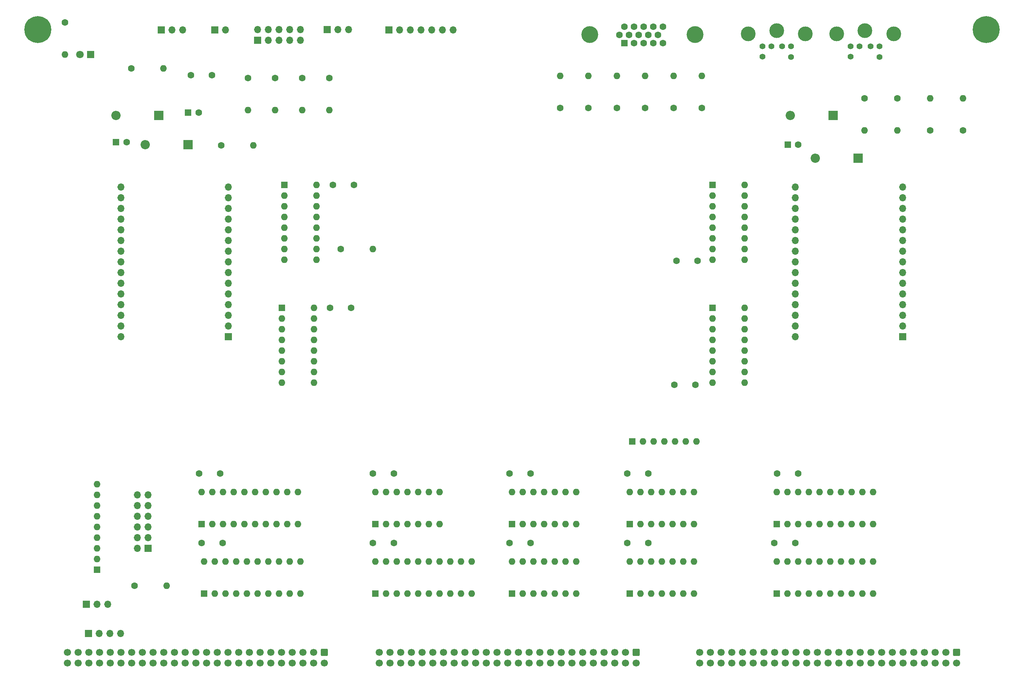
<source format=gbr>
%TF.GenerationSoftware,KiCad,Pcbnew,(6.0.11)*%
%TF.CreationDate,2023-08-06T14:01:47-05:00*%
%TF.ProjectId,input-output.DualESP32,696e7075-742d-46f7-9574-7075742e4475,V1.0*%
%TF.SameCoordinates,Original*%
%TF.FileFunction,Soldermask,Bot*%
%TF.FilePolarity,Negative*%
%FSLAX46Y46*%
G04 Gerber Fmt 4.6, Leading zero omitted, Abs format (unit mm)*
G04 Created by KiCad (PCBNEW (6.0.11)) date 2023-08-06 14:01:47*
%MOMM*%
%LPD*%
G01*
G04 APERTURE LIST*
G04 Aperture macros list*
%AMRoundRect*
0 Rectangle with rounded corners*
0 $1 Rounding radius*
0 $2 $3 $4 $5 $6 $7 $8 $9 X,Y pos of 4 corners*
0 Add a 4 corners polygon primitive as box body*
4,1,4,$2,$3,$4,$5,$6,$7,$8,$9,$2,$3,0*
0 Add four circle primitives for the rounded corners*
1,1,$1+$1,$2,$3*
1,1,$1+$1,$4,$5*
1,1,$1+$1,$6,$7*
1,1,$1+$1,$8,$9*
0 Add four rect primitives between the rounded corners*
20,1,$1+$1,$2,$3,$4,$5,0*
20,1,$1+$1,$4,$5,$6,$7,0*
20,1,$1+$1,$6,$7,$8,$9,0*
20,1,$1+$1,$8,$9,$2,$3,0*%
G04 Aperture macros list end*
%ADD10R,1.700000X1.700000*%
%ADD11O,1.700000X1.700000*%
%ADD12R,1.600000X1.600000*%
%ADD13O,1.600000X1.600000*%
%ADD14RoundRect,0.250000X-0.600000X0.600000X-0.600000X-0.600000X0.600000X-0.600000X0.600000X0.600000X0*%
%ADD15C,1.700000*%
%ADD16C,6.400000*%
%ADD17R,1.800000X1.800000*%
%ADD18C,1.800000*%
%ADD19C,1.600000*%
%ADD20R,2.200000X2.200000*%
%ADD21O,2.200000X2.200000*%
%ADD22C,1.422400*%
%ADD23C,3.497580*%
%ADD24C,4.000000*%
G04 APERTURE END LIST*
D10*
%TO.C,J7*%
X66120000Y-198250000D03*
D11*
X63580000Y-198250000D03*
X66120000Y-195710000D03*
X63580000Y-195710000D03*
X66120000Y-193170000D03*
X63580000Y-193170000D03*
X66120000Y-190630000D03*
X63580000Y-190630000D03*
X66120000Y-188090000D03*
X63580000Y-188090000D03*
X66120000Y-185550000D03*
X63580000Y-185550000D03*
%TD*%
D12*
%TO.C,U16*%
X78820000Y-192525000D03*
D13*
X81360000Y-192525000D03*
X83900000Y-192525000D03*
X86440000Y-192525000D03*
X88980000Y-192525000D03*
X91520000Y-192525000D03*
X94060000Y-192525000D03*
X96600000Y-192525000D03*
X99140000Y-192525000D03*
X101680000Y-192525000D03*
X101680000Y-184905000D03*
X99140000Y-184905000D03*
X96600000Y-184905000D03*
X94060000Y-184905000D03*
X91520000Y-184905000D03*
X88980000Y-184905000D03*
X86440000Y-184905000D03*
X83900000Y-184905000D03*
X81360000Y-184905000D03*
X78820000Y-184905000D03*
%TD*%
D12*
%TO.C,RN2*%
X54050000Y-203330000D03*
D13*
X54050000Y-200790000D03*
X54050000Y-198250000D03*
X54050000Y-195710000D03*
X54050000Y-193170000D03*
X54050000Y-190630000D03*
X54050000Y-188090000D03*
X54050000Y-185550000D03*
X54050000Y-183010000D03*
%TD*%
D14*
%TO.C,P1*%
X108000000Y-223000000D03*
D15*
X108000000Y-225540000D03*
X105460000Y-223000000D03*
X105460000Y-225540000D03*
X102920000Y-223000000D03*
X102920000Y-225540000D03*
X100380000Y-223000000D03*
X100380000Y-225540000D03*
X97840000Y-223000000D03*
X97840000Y-225540000D03*
X95300000Y-223000000D03*
X95300000Y-225540000D03*
X92760000Y-223000000D03*
X92760000Y-225540000D03*
X90220000Y-223000000D03*
X90220000Y-225540000D03*
X87680000Y-223000000D03*
X87680000Y-225540000D03*
X85140000Y-223000000D03*
X85140000Y-225540000D03*
X82600000Y-223000000D03*
X82600000Y-225540000D03*
X80060000Y-223000000D03*
X80060000Y-225540000D03*
X77520000Y-223000000D03*
X77520000Y-225540000D03*
X74980000Y-223000000D03*
X74980000Y-225540000D03*
X72440000Y-223000000D03*
X72440000Y-225540000D03*
X69900000Y-223000000D03*
X69900000Y-225540000D03*
X67360000Y-223000000D03*
X67360000Y-225540000D03*
X64820000Y-223000000D03*
X64820000Y-225540000D03*
X62280000Y-223000000D03*
X62280000Y-225540000D03*
X59740000Y-223000000D03*
X59740000Y-225540000D03*
X57200000Y-223000000D03*
X57200000Y-225540000D03*
X54660000Y-223000000D03*
X54660000Y-225540000D03*
X52120000Y-223000000D03*
X52120000Y-225540000D03*
X49580000Y-223000000D03*
X49580000Y-225540000D03*
X47040000Y-223000000D03*
X47040000Y-225540000D03*
%TD*%
D14*
%TO.C,P2*%
X182000000Y-223000000D03*
D15*
X182000000Y-225540000D03*
X179460000Y-223000000D03*
X179460000Y-225540000D03*
X176920000Y-223000000D03*
X176920000Y-225540000D03*
X174380000Y-223000000D03*
X174380000Y-225540000D03*
X171840000Y-223000000D03*
X171840000Y-225540000D03*
X169300000Y-223000000D03*
X169300000Y-225540000D03*
X166760000Y-223000000D03*
X166760000Y-225540000D03*
X164220000Y-223000000D03*
X164220000Y-225540000D03*
X161680000Y-223000000D03*
X161680000Y-225540000D03*
X159140000Y-223000000D03*
X159140000Y-225540000D03*
X156600000Y-223000000D03*
X156600000Y-225540000D03*
X154060000Y-223000000D03*
X154060000Y-225540000D03*
X151520000Y-223000000D03*
X151520000Y-225540000D03*
X148980000Y-223000000D03*
X148980000Y-225540000D03*
X146440000Y-223000000D03*
X146440000Y-225540000D03*
X143900000Y-223000000D03*
X143900000Y-225540000D03*
X141360000Y-223000000D03*
X141360000Y-225540000D03*
X138820000Y-223000000D03*
X138820000Y-225540000D03*
X136280000Y-223000000D03*
X136280000Y-225540000D03*
X133740000Y-223000000D03*
X133740000Y-225540000D03*
X131200000Y-223000000D03*
X131200000Y-225540000D03*
X128660000Y-223000000D03*
X128660000Y-225540000D03*
X126120000Y-223000000D03*
X126120000Y-225540000D03*
X123580000Y-223000000D03*
X123580000Y-225540000D03*
X121040000Y-223000000D03*
X121040000Y-225540000D03*
%TD*%
D16*
%TO.C,H1*%
X40000000Y-75000000D03*
%TD*%
%TO.C,H2*%
X265000000Y-75000000D03*
%TD*%
D14*
%TO.C,P3*%
X258000000Y-223000000D03*
D15*
X258000000Y-225540000D03*
X255460000Y-223000000D03*
X255460000Y-225540000D03*
X252920000Y-223000000D03*
X252920000Y-225540000D03*
X250380000Y-223000000D03*
X250380000Y-225540000D03*
X247840000Y-223000000D03*
X247840000Y-225540000D03*
X245300000Y-223000000D03*
X245300000Y-225540000D03*
X242760000Y-223000000D03*
X242760000Y-225540000D03*
X240220000Y-223000000D03*
X240220000Y-225540000D03*
X237680000Y-223000000D03*
X237680000Y-225540000D03*
X235140000Y-223000000D03*
X235140000Y-225540000D03*
X232600000Y-223000000D03*
X232600000Y-225540000D03*
X230060000Y-223000000D03*
X230060000Y-225540000D03*
X227520000Y-223000000D03*
X227520000Y-225540000D03*
X224980000Y-223000000D03*
X224980000Y-225540000D03*
X222440000Y-223000000D03*
X222440000Y-225540000D03*
X219900000Y-223000000D03*
X219900000Y-225540000D03*
X217360000Y-223000000D03*
X217360000Y-225540000D03*
X214820000Y-223000000D03*
X214820000Y-225540000D03*
X212280000Y-223000000D03*
X212280000Y-225540000D03*
X209740000Y-223000000D03*
X209740000Y-225540000D03*
X207200000Y-223000000D03*
X207200000Y-225540000D03*
X204660000Y-223000000D03*
X204660000Y-225540000D03*
X202120000Y-223000000D03*
X202120000Y-225540000D03*
X199580000Y-223000000D03*
X199580000Y-225540000D03*
X197040000Y-223000000D03*
X197040000Y-225540000D03*
%TD*%
D17*
%TO.C,D1*%
X52526000Y-80902000D03*
D18*
X49986000Y-80902000D03*
%TD*%
D19*
%TO.C,R1*%
X46430000Y-73282000D03*
D13*
X46430000Y-80902000D03*
%TD*%
D10*
%TO.C,P4*%
X52000000Y-218500000D03*
D11*
X54540000Y-218500000D03*
X57080000Y-218500000D03*
X59620000Y-218500000D03*
%TD*%
D12*
%TO.C,U9*%
X97875000Y-141115000D03*
D13*
X97875000Y-143655000D03*
X97875000Y-146195000D03*
X97875000Y-148735000D03*
X97875000Y-151275000D03*
X97875000Y-153815000D03*
X97875000Y-156355000D03*
X97875000Y-158895000D03*
X105495000Y-158895000D03*
X105495000Y-156355000D03*
X105495000Y-153815000D03*
X105495000Y-151275000D03*
X105495000Y-148735000D03*
X105495000Y-146195000D03*
X105495000Y-143655000D03*
X105495000Y-141115000D03*
%TD*%
D19*
%TO.C,R9*%
X96298700Y-86490000D03*
D13*
X96298700Y-94110000D03*
%TD*%
D19*
%TO.C,C18*%
X190996000Y-159388000D03*
X195996000Y-159388000D03*
%TD*%
%TO.C,C17*%
X191504000Y-129924000D03*
X196504000Y-129924000D03*
%TD*%
D10*
%TO.C,J4*%
X69305000Y-75060000D03*
D11*
X71845000Y-75060000D03*
X74385000Y-75060000D03*
%TD*%
D19*
%TO.C,R10*%
X236168000Y-91316000D03*
D13*
X236168000Y-98936000D03*
%TD*%
D19*
%TO.C,C5*%
X151880000Y-180470000D03*
X156880000Y-180470000D03*
%TD*%
%TO.C,R8*%
X89864000Y-86490000D03*
D13*
X89864000Y-94110000D03*
%TD*%
D19*
%TO.C,R6*%
X102733300Y-86490000D03*
D13*
X102733300Y-94110000D03*
%TD*%
D19*
%TO.C,R3*%
X259536000Y-98936000D03*
D13*
X259536000Y-91316000D03*
%TD*%
D12*
%TO.C,U13*%
X120095000Y-209035000D03*
D13*
X122635000Y-209035000D03*
X125175000Y-209035000D03*
X127715000Y-209035000D03*
X130255000Y-209035000D03*
X132795000Y-209035000D03*
X135335000Y-209035000D03*
X137875000Y-209035000D03*
X140415000Y-209035000D03*
X142955000Y-209035000D03*
X142955000Y-201415000D03*
X140415000Y-201415000D03*
X137875000Y-201415000D03*
X135335000Y-201415000D03*
X132795000Y-201415000D03*
X130255000Y-201415000D03*
X127715000Y-201415000D03*
X125175000Y-201415000D03*
X122635000Y-201415000D03*
X120095000Y-201415000D03*
%TD*%
D19*
%TO.C,C2*%
X78855000Y-196980000D03*
X83855000Y-196980000D03*
%TD*%
D10*
%TO.C,J3*%
X108675000Y-74990000D03*
D11*
X111215000Y-74990000D03*
X113755000Y-74990000D03*
%TD*%
D19*
%TO.C,C6*%
X151880000Y-196980000D03*
X156880000Y-196980000D03*
%TD*%
D12*
%TO.C,U5*%
X180415000Y-192535000D03*
D13*
X182955000Y-192535000D03*
X185495000Y-192535000D03*
X188035000Y-192535000D03*
X190575000Y-192535000D03*
X193115000Y-192535000D03*
X195655000Y-192535000D03*
X195655000Y-184915000D03*
X193115000Y-184915000D03*
X190575000Y-184915000D03*
X188035000Y-184915000D03*
X185495000Y-184915000D03*
X182955000Y-184915000D03*
X180415000Y-184915000D03*
%TD*%
D10*
%TO.C,J6*%
X51525000Y-211585000D03*
D11*
X54065000Y-211585000D03*
X56605000Y-211585000D03*
%TD*%
D12*
%TO.C,C16*%
X75640000Y-94745000D03*
D19*
X78140000Y-94745000D03*
%TD*%
%TO.C,R13*%
X170636000Y-93602000D03*
D13*
X170636000Y-85982000D03*
%TD*%
D19*
%TO.C,C1*%
X78220000Y-180470000D03*
X83220000Y-180470000D03*
%TD*%
D20*
%TO.C,D5*%
X234644000Y-105540000D03*
D21*
X224484000Y-105540000D03*
%TD*%
D19*
%TO.C,R4*%
X251746700Y-98936000D03*
D13*
X251746700Y-91316000D03*
%TD*%
D12*
%TO.C,U6*%
X200110000Y-111905000D03*
D13*
X200110000Y-114445000D03*
X200110000Y-116985000D03*
X200110000Y-119525000D03*
X200110000Y-122065000D03*
X200110000Y-124605000D03*
X200110000Y-127145000D03*
X200110000Y-129685000D03*
X207730000Y-129685000D03*
X207730000Y-127145000D03*
X207730000Y-124605000D03*
X207730000Y-122065000D03*
X207730000Y-119525000D03*
X207730000Y-116985000D03*
X207730000Y-114445000D03*
X207730000Y-111905000D03*
%TD*%
D12*
%TO.C,C13*%
X58559900Y-101730000D03*
D19*
X61059900Y-101730000D03*
%TD*%
%TO.C,R18*%
X111835000Y-127130000D03*
D13*
X119455000Y-127130000D03*
%TD*%
D12*
%TO.C,C14*%
X217944900Y-102365000D03*
D19*
X220444900Y-102365000D03*
%TD*%
%TO.C,R5*%
X83514000Y-102492000D03*
D13*
X91134000Y-102492000D03*
%TD*%
D19*
%TO.C,R11*%
X243957300Y-91316000D03*
D13*
X243957300Y-98936000D03*
%TD*%
D20*
%TO.C,D4*%
X75640000Y-102365000D03*
D21*
X65480000Y-102365000D03*
%TD*%
D22*
%TO.C,J8*%
X214029360Y-78996480D03*
X216625240Y-78996480D03*
X211928780Y-78996480D03*
X218725820Y-78996480D03*
X211928780Y-81445040D03*
X218725820Y-81495840D03*
D23*
X222126880Y-75996740D03*
X215327300Y-75199180D03*
X208578520Y-75996740D03*
%TD*%
D12*
%TO.C,U7*%
X200110000Y-141115000D03*
D13*
X200110000Y-143655000D03*
X200110000Y-146195000D03*
X200110000Y-148735000D03*
X200110000Y-151275000D03*
X200110000Y-153815000D03*
X200110000Y-156355000D03*
X200110000Y-158895000D03*
X207730000Y-158895000D03*
X207730000Y-156355000D03*
X207730000Y-153815000D03*
X207730000Y-151275000D03*
X207730000Y-148735000D03*
X207730000Y-146195000D03*
X207730000Y-143655000D03*
X207730000Y-141115000D03*
%TD*%
D19*
%TO.C,C12*%
X109335000Y-141100000D03*
X114335000Y-141100000D03*
%TD*%
D12*
%TO.C,U1*%
X120085000Y-192525000D03*
D13*
X122625000Y-192525000D03*
X125165000Y-192525000D03*
X127705000Y-192525000D03*
X130245000Y-192525000D03*
X132785000Y-192525000D03*
X135325000Y-192525000D03*
X135325000Y-184905000D03*
X132785000Y-184905000D03*
X130245000Y-184905000D03*
X127705000Y-184905000D03*
X125165000Y-184905000D03*
X122625000Y-184905000D03*
X120085000Y-184905000D03*
%TD*%
D10*
%TO.C,J2*%
X81990000Y-75060000D03*
D11*
X84530000Y-75060000D03*
%TD*%
D20*
%TO.C,D3*%
X228675000Y-95380000D03*
D21*
X218515000Y-95380000D03*
%TD*%
D19*
%TO.C,R2*%
X62178000Y-84204000D03*
D13*
X69798000Y-84204000D03*
%TD*%
D19*
%TO.C,R7*%
X109168000Y-86490000D03*
D13*
X109168000Y-94110000D03*
%TD*%
D19*
%TO.C,C3*%
X119495000Y-180470000D03*
X124495000Y-180470000D03*
%TD*%
D22*
%TO.C,J9*%
X234984360Y-78996480D03*
X237580240Y-78996480D03*
X232883780Y-78996480D03*
X239680820Y-78996480D03*
X232883780Y-81445040D03*
X239680820Y-81495840D03*
D23*
X243081880Y-75996740D03*
X236282300Y-75199180D03*
X229533520Y-75996740D03*
%TD*%
D12*
%TO.C,U10*%
X215345000Y-192525000D03*
D13*
X217885000Y-192525000D03*
X220425000Y-192525000D03*
X222965000Y-192525000D03*
X225505000Y-192525000D03*
X228045000Y-192525000D03*
X230585000Y-192525000D03*
X233125000Y-192525000D03*
X235665000Y-192525000D03*
X238205000Y-192525000D03*
X238205000Y-184905000D03*
X235665000Y-184905000D03*
X233125000Y-184905000D03*
X230585000Y-184905000D03*
X228045000Y-184905000D03*
X225505000Y-184905000D03*
X222965000Y-184905000D03*
X220425000Y-184905000D03*
X217885000Y-184905000D03*
X215345000Y-184905000D03*
%TD*%
D10*
%TO.C,J1*%
X92155000Y-77535000D03*
D11*
X92155000Y-74995000D03*
X94695000Y-77535000D03*
X94695000Y-74995000D03*
X97235000Y-77535000D03*
X97235000Y-74995000D03*
X99775000Y-77535000D03*
X99775000Y-74995000D03*
X102315000Y-77535000D03*
X102315000Y-74995000D03*
%TD*%
D12*
%TO.C,U14*%
X215345000Y-209035000D03*
D13*
X217885000Y-209035000D03*
X220425000Y-209035000D03*
X222965000Y-209035000D03*
X225505000Y-209035000D03*
X228045000Y-209035000D03*
X230585000Y-209035000D03*
X233125000Y-209035000D03*
X235665000Y-209035000D03*
X238205000Y-209035000D03*
X238205000Y-201415000D03*
X235665000Y-201415000D03*
X233125000Y-201415000D03*
X230585000Y-201415000D03*
X228045000Y-201415000D03*
X225505000Y-201415000D03*
X222965000Y-201415000D03*
X220425000Y-201415000D03*
X217885000Y-201415000D03*
X215345000Y-201415000D03*
%TD*%
D19*
%TO.C,R12*%
X163905000Y-93602000D03*
D13*
X163905000Y-85982000D03*
%TD*%
D19*
%TO.C,C11*%
X109970000Y-111890000D03*
X114970000Y-111890000D03*
%TD*%
D12*
%TO.C,U2*%
X152475000Y-192535000D03*
D13*
X155015000Y-192535000D03*
X157555000Y-192535000D03*
X160095000Y-192535000D03*
X162635000Y-192535000D03*
X165175000Y-192535000D03*
X167715000Y-192535000D03*
X167715000Y-184915000D03*
X165175000Y-184915000D03*
X162635000Y-184915000D03*
X160095000Y-184915000D03*
X157555000Y-184915000D03*
X155015000Y-184915000D03*
X152475000Y-184915000D03*
%TD*%
D10*
%TO.C,J10*%
X123260000Y-75060000D03*
D11*
X125800000Y-75060000D03*
X128340000Y-75060000D03*
X130880000Y-75060000D03*
X133420000Y-75060000D03*
X135960000Y-75060000D03*
X138500000Y-75060000D03*
%TD*%
D12*
%TO.C,U4*%
X152475000Y-209045000D03*
D13*
X155015000Y-209045000D03*
X157555000Y-209045000D03*
X160095000Y-209045000D03*
X162635000Y-209045000D03*
X165175000Y-209045000D03*
X167715000Y-209045000D03*
X167715000Y-201425000D03*
X165175000Y-201425000D03*
X162635000Y-201425000D03*
X160095000Y-201425000D03*
X157555000Y-201425000D03*
X155015000Y-201425000D03*
X152475000Y-201425000D03*
%TD*%
D10*
%TO.C,U12*%
X245180000Y-147970000D03*
D11*
X245180000Y-145430000D03*
X245180000Y-142890000D03*
X245180000Y-140350000D03*
X245180000Y-137810000D03*
X245180000Y-135270000D03*
X245180000Y-132730000D03*
X245180000Y-130190000D03*
X245180000Y-127650000D03*
X245180000Y-125110000D03*
X245180000Y-122570000D03*
X245180000Y-120030000D03*
X245180000Y-117490000D03*
X245180000Y-114950000D03*
X245180000Y-112410000D03*
X219740000Y-112410000D03*
X219740000Y-114950000D03*
X219740000Y-117490000D03*
X219740000Y-120030000D03*
X219740000Y-122570000D03*
X219740000Y-125110000D03*
X219740000Y-127650000D03*
X219740000Y-130190000D03*
X219740000Y-132730000D03*
X219740000Y-135270000D03*
X219740000Y-137810000D03*
X219740000Y-140350000D03*
X219740000Y-142890000D03*
X219740000Y-145430000D03*
X219740000Y-147970000D03*
%TD*%
D12*
%TO.C,U8*%
X98510000Y-111905000D03*
D13*
X98510000Y-114445000D03*
X98510000Y-116985000D03*
X98510000Y-119525000D03*
X98510000Y-122065000D03*
X98510000Y-124605000D03*
X98510000Y-127145000D03*
X98510000Y-129685000D03*
X106130000Y-129685000D03*
X106130000Y-127145000D03*
X106130000Y-124605000D03*
X106130000Y-122065000D03*
X106130000Y-119525000D03*
X106130000Y-116985000D03*
X106130000Y-114445000D03*
X106130000Y-111905000D03*
%TD*%
D19*
%TO.C,R15*%
X177367000Y-93602000D03*
D13*
X177367000Y-85982000D03*
%TD*%
D24*
%TO.C,J5*%
X195972700Y-76185000D03*
X170972700Y-76185000D03*
D12*
X179157700Y-78235000D03*
D19*
X181447700Y-78235000D03*
X183737700Y-78235000D03*
X186027700Y-78235000D03*
X188317700Y-78235000D03*
X178012700Y-76255000D03*
X180302700Y-76255000D03*
X182592700Y-76255000D03*
X184882700Y-76255000D03*
X187172700Y-76255000D03*
X179157700Y-74275000D03*
X181447700Y-74275000D03*
X183737700Y-74275000D03*
X186027700Y-74275000D03*
X188317700Y-74275000D03*
%TD*%
D12*
%TO.C,U3*%
X180415000Y-209045000D03*
D13*
X182955000Y-209045000D03*
X185495000Y-209045000D03*
X188035000Y-209045000D03*
X190575000Y-209045000D03*
X193115000Y-209045000D03*
X195655000Y-209045000D03*
X195655000Y-201425000D03*
X193115000Y-201425000D03*
X190575000Y-201425000D03*
X188035000Y-201425000D03*
X185495000Y-201425000D03*
X182955000Y-201425000D03*
X180415000Y-201425000D03*
%TD*%
D19*
%TO.C,C9*%
X215380000Y-180470000D03*
X220380000Y-180470000D03*
%TD*%
D20*
%TO.C,D2*%
X68655000Y-95380000D03*
D21*
X58495000Y-95380000D03*
%TD*%
D19*
%TO.C,R16*%
X197560000Y-93602000D03*
D13*
X197560000Y-85982000D03*
%TD*%
D19*
%TO.C,C8*%
X179820000Y-196980000D03*
X184820000Y-196980000D03*
%TD*%
%TO.C,C10*%
X214745000Y-196980000D03*
X219745000Y-196980000D03*
%TD*%
%TO.C,R19*%
X62940000Y-207140000D03*
D13*
X70560000Y-207140000D03*
%TD*%
D19*
%TO.C,C15*%
X76315000Y-85855000D03*
X81315000Y-85855000D03*
%TD*%
%TO.C,R14*%
X184098000Y-93602000D03*
D13*
X184098000Y-85982000D03*
%TD*%
D19*
%TO.C,R17*%
X190829000Y-93602000D03*
D13*
X190829000Y-85982000D03*
%TD*%
D12*
%TO.C,RN1*%
X181045000Y-172850000D03*
D13*
X183585000Y-172850000D03*
X186125000Y-172850000D03*
X188665000Y-172850000D03*
X191205000Y-172850000D03*
X193745000Y-172850000D03*
X196285000Y-172850000D03*
%TD*%
D19*
%TO.C,C4*%
X119495000Y-196980000D03*
X124495000Y-196980000D03*
%TD*%
D10*
%TO.C,U11*%
X85160000Y-147970000D03*
D11*
X85160000Y-145430000D03*
X85160000Y-142890000D03*
X85160000Y-140350000D03*
X85160000Y-137810000D03*
X85160000Y-135270000D03*
X85160000Y-132730000D03*
X85160000Y-130190000D03*
X85160000Y-127650000D03*
X85160000Y-125110000D03*
X85160000Y-122570000D03*
X85160000Y-120030000D03*
X85160000Y-117490000D03*
X85160000Y-114950000D03*
X85160000Y-112410000D03*
X59720000Y-112410000D03*
X59720000Y-114950000D03*
X59720000Y-117490000D03*
X59720000Y-120030000D03*
X59720000Y-122570000D03*
X59720000Y-125110000D03*
X59720000Y-127650000D03*
X59720000Y-130190000D03*
X59720000Y-132730000D03*
X59720000Y-135270000D03*
X59720000Y-137810000D03*
X59720000Y-140350000D03*
X59720000Y-142890000D03*
X59720000Y-145430000D03*
X59720000Y-147970000D03*
%TD*%
D12*
%TO.C,U15*%
X79455000Y-209035000D03*
D13*
X81995000Y-209035000D03*
X84535000Y-209035000D03*
X87075000Y-209035000D03*
X89615000Y-209035000D03*
X92155000Y-209035000D03*
X94695000Y-209035000D03*
X97235000Y-209035000D03*
X99775000Y-209035000D03*
X102315000Y-209035000D03*
X102315000Y-201415000D03*
X99775000Y-201415000D03*
X97235000Y-201415000D03*
X94695000Y-201415000D03*
X92155000Y-201415000D03*
X89615000Y-201415000D03*
X87075000Y-201415000D03*
X84535000Y-201415000D03*
X81995000Y-201415000D03*
X79455000Y-201415000D03*
%TD*%
D19*
%TO.C,C7*%
X179820000Y-180470000D03*
X184820000Y-180470000D03*
%TD*%
M02*

</source>
